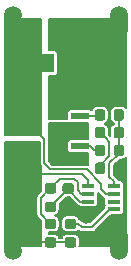
<source format=gbr>
G04 #@! TF.GenerationSoftware,KiCad,Pcbnew,5.1.0-060a0da~80~ubuntu18.04.1*
G04 #@! TF.CreationDate,2019-03-25T17:50:22+01:00*
G04 #@! TF.ProjectId,mav_ovp,6d61765f-6f76-4702-9e6b-696361645f70,rev?*
G04 #@! TF.SameCoordinates,Original*
G04 #@! TF.FileFunction,Copper,L1,Top*
G04 #@! TF.FilePolarity,Positive*
%FSLAX46Y46*%
G04 Gerber Fmt 4.6, Leading zero omitted, Abs format (unit mm)*
G04 Created by KiCad (PCBNEW 5.1.0-060a0da~80~ubuntu18.04.1) date 2019-03-25 17:50:22*
%MOMM*%
%LPD*%
G04 APERTURE LIST*
%ADD10C,1.500000*%
%ADD11C,0.100000*%
%ADD12R,1.060000X0.400000*%
%ADD13R,3.500000X1.600000*%
%ADD14C,0.875000*%
%ADD15R,1.550000X0.600000*%
%ADD16C,0.800000*%
%ADD17C,0.200000*%
G04 APERTURE END LIST*
D10*
X104500000Y-88000000D03*
D11*
G36*
X104911756Y-87701806D02*
G01*
X104948159Y-87707206D01*
X104983857Y-87716147D01*
X105018506Y-87728545D01*
X105051774Y-87744280D01*
X105083339Y-87763199D01*
X105112897Y-87785121D01*
X105140165Y-87809835D01*
X105164879Y-87837103D01*
X105186801Y-87866661D01*
X105205720Y-87898226D01*
X105221455Y-87931494D01*
X105233853Y-87966143D01*
X105242794Y-88001841D01*
X105248194Y-88038244D01*
X105250000Y-88075000D01*
X105250000Y-89325000D01*
X105248194Y-89361756D01*
X105242794Y-89398159D01*
X105233853Y-89433857D01*
X105221455Y-89468506D01*
X105205720Y-89501774D01*
X105186801Y-89533339D01*
X105164879Y-89562897D01*
X105140165Y-89590165D01*
X105112897Y-89614879D01*
X105083339Y-89636801D01*
X105051774Y-89655720D01*
X105018506Y-89671455D01*
X104983857Y-89683853D01*
X104948159Y-89692794D01*
X104911756Y-89698194D01*
X104875000Y-89700000D01*
X104125000Y-89700000D01*
X104088244Y-89698194D01*
X104051841Y-89692794D01*
X104016143Y-89683853D01*
X103981494Y-89671455D01*
X103948226Y-89655720D01*
X103916661Y-89636801D01*
X103887103Y-89614879D01*
X103859835Y-89590165D01*
X103835121Y-89562897D01*
X103813199Y-89533339D01*
X103794280Y-89501774D01*
X103778545Y-89468506D01*
X103766147Y-89433857D01*
X103757206Y-89398159D01*
X103751806Y-89361756D01*
X103750000Y-89325000D01*
X103750000Y-88075000D01*
X103751806Y-88038244D01*
X103757206Y-88001841D01*
X103766147Y-87966143D01*
X103778545Y-87931494D01*
X103794280Y-87898226D01*
X103813199Y-87866661D01*
X103835121Y-87837103D01*
X103859835Y-87809835D01*
X103887103Y-87785121D01*
X103916661Y-87763199D01*
X103948226Y-87744280D01*
X103981494Y-87728545D01*
X104016143Y-87716147D01*
X104051841Y-87707206D01*
X104088244Y-87701806D01*
X104125000Y-87700000D01*
X104875000Y-87700000D01*
X104911756Y-87701806D01*
X104911756Y-87701806D01*
G37*
D10*
X104500000Y-88700000D03*
X104500000Y-108000000D03*
D11*
G36*
X104911756Y-106301806D02*
G01*
X104948159Y-106307206D01*
X104983857Y-106316147D01*
X105018506Y-106328545D01*
X105051774Y-106344280D01*
X105083339Y-106363199D01*
X105112897Y-106385121D01*
X105140165Y-106409835D01*
X105164879Y-106437103D01*
X105186801Y-106466661D01*
X105205720Y-106498226D01*
X105221455Y-106531494D01*
X105233853Y-106566143D01*
X105242794Y-106601841D01*
X105248194Y-106638244D01*
X105250000Y-106675000D01*
X105250000Y-107925000D01*
X105248194Y-107961756D01*
X105242794Y-107998159D01*
X105233853Y-108033857D01*
X105221455Y-108068506D01*
X105205720Y-108101774D01*
X105186801Y-108133339D01*
X105164879Y-108162897D01*
X105140165Y-108190165D01*
X105112897Y-108214879D01*
X105083339Y-108236801D01*
X105051774Y-108255720D01*
X105018506Y-108271455D01*
X104983857Y-108283853D01*
X104948159Y-108292794D01*
X104911756Y-108298194D01*
X104875000Y-108300000D01*
X104125000Y-108300000D01*
X104088244Y-108298194D01*
X104051841Y-108292794D01*
X104016143Y-108283853D01*
X103981494Y-108271455D01*
X103948226Y-108255720D01*
X103916661Y-108236801D01*
X103887103Y-108214879D01*
X103859835Y-108190165D01*
X103835121Y-108162897D01*
X103813199Y-108133339D01*
X103794280Y-108101774D01*
X103778545Y-108068506D01*
X103766147Y-108033857D01*
X103757206Y-107998159D01*
X103751806Y-107961756D01*
X103750000Y-107925000D01*
X103750000Y-106675000D01*
X103751806Y-106638244D01*
X103757206Y-106601841D01*
X103766147Y-106566143D01*
X103778545Y-106531494D01*
X103794280Y-106498226D01*
X103813199Y-106466661D01*
X103835121Y-106437103D01*
X103859835Y-106409835D01*
X103887103Y-106385121D01*
X103916661Y-106363199D01*
X103948226Y-106344280D01*
X103981494Y-106328545D01*
X104016143Y-106316147D01*
X104051841Y-106307206D01*
X104088244Y-106301806D01*
X104125000Y-106300000D01*
X104875000Y-106300000D01*
X104911756Y-106301806D01*
X104911756Y-106301806D01*
G37*
D10*
X104500000Y-107300000D03*
X95500000Y-88000000D03*
D11*
G36*
X95911756Y-87701806D02*
G01*
X95948159Y-87707206D01*
X95983857Y-87716147D01*
X96018506Y-87728545D01*
X96051774Y-87744280D01*
X96083339Y-87763199D01*
X96112897Y-87785121D01*
X96140165Y-87809835D01*
X96164879Y-87837103D01*
X96186801Y-87866661D01*
X96205720Y-87898226D01*
X96221455Y-87931494D01*
X96233853Y-87966143D01*
X96242794Y-88001841D01*
X96248194Y-88038244D01*
X96250000Y-88075000D01*
X96250000Y-89325000D01*
X96248194Y-89361756D01*
X96242794Y-89398159D01*
X96233853Y-89433857D01*
X96221455Y-89468506D01*
X96205720Y-89501774D01*
X96186801Y-89533339D01*
X96164879Y-89562897D01*
X96140165Y-89590165D01*
X96112897Y-89614879D01*
X96083339Y-89636801D01*
X96051774Y-89655720D01*
X96018506Y-89671455D01*
X95983857Y-89683853D01*
X95948159Y-89692794D01*
X95911756Y-89698194D01*
X95875000Y-89700000D01*
X95125000Y-89700000D01*
X95088244Y-89698194D01*
X95051841Y-89692794D01*
X95016143Y-89683853D01*
X94981494Y-89671455D01*
X94948226Y-89655720D01*
X94916661Y-89636801D01*
X94887103Y-89614879D01*
X94859835Y-89590165D01*
X94835121Y-89562897D01*
X94813199Y-89533339D01*
X94794280Y-89501774D01*
X94778545Y-89468506D01*
X94766147Y-89433857D01*
X94757206Y-89398159D01*
X94751806Y-89361756D01*
X94750000Y-89325000D01*
X94750000Y-88075000D01*
X94751806Y-88038244D01*
X94757206Y-88001841D01*
X94766147Y-87966143D01*
X94778545Y-87931494D01*
X94794280Y-87898226D01*
X94813199Y-87866661D01*
X94835121Y-87837103D01*
X94859835Y-87809835D01*
X94887103Y-87785121D01*
X94916661Y-87763199D01*
X94948226Y-87744280D01*
X94981494Y-87728545D01*
X95016143Y-87716147D01*
X95051841Y-87707206D01*
X95088244Y-87701806D01*
X95125000Y-87700000D01*
X95875000Y-87700000D01*
X95911756Y-87701806D01*
X95911756Y-87701806D01*
G37*
D10*
X95500000Y-88700000D03*
X95500000Y-108000000D03*
D11*
G36*
X95911756Y-106301806D02*
G01*
X95948159Y-106307206D01*
X95983857Y-106316147D01*
X96018506Y-106328545D01*
X96051774Y-106344280D01*
X96083339Y-106363199D01*
X96112897Y-106385121D01*
X96140165Y-106409835D01*
X96164879Y-106437103D01*
X96186801Y-106466661D01*
X96205720Y-106498226D01*
X96221455Y-106531494D01*
X96233853Y-106566143D01*
X96242794Y-106601841D01*
X96248194Y-106638244D01*
X96250000Y-106675000D01*
X96250000Y-107925000D01*
X96248194Y-107961756D01*
X96242794Y-107998159D01*
X96233853Y-108033857D01*
X96221455Y-108068506D01*
X96205720Y-108101774D01*
X96186801Y-108133339D01*
X96164879Y-108162897D01*
X96140165Y-108190165D01*
X96112897Y-108214879D01*
X96083339Y-108236801D01*
X96051774Y-108255720D01*
X96018506Y-108271455D01*
X95983857Y-108283853D01*
X95948159Y-108292794D01*
X95911756Y-108298194D01*
X95875000Y-108300000D01*
X95125000Y-108300000D01*
X95088244Y-108298194D01*
X95051841Y-108292794D01*
X95016143Y-108283853D01*
X94981494Y-108271455D01*
X94948226Y-108255720D01*
X94916661Y-108236801D01*
X94887103Y-108214879D01*
X94859835Y-108190165D01*
X94835121Y-108162897D01*
X94813199Y-108133339D01*
X94794280Y-108101774D01*
X94778545Y-108068506D01*
X94766147Y-108033857D01*
X94757206Y-107998159D01*
X94751806Y-107961756D01*
X94750000Y-107925000D01*
X94750000Y-106675000D01*
X94751806Y-106638244D01*
X94757206Y-106601841D01*
X94766147Y-106566143D01*
X94778545Y-106531494D01*
X94794280Y-106498226D01*
X94813199Y-106466661D01*
X94835121Y-106437103D01*
X94859835Y-106409835D01*
X94887103Y-106385121D01*
X94916661Y-106363199D01*
X94948226Y-106344280D01*
X94981494Y-106328545D01*
X95016143Y-106316147D01*
X95051841Y-106307206D01*
X95088244Y-106301806D01*
X95125000Y-106300000D01*
X95875000Y-106300000D01*
X95911756Y-106301806D01*
X95911756Y-106301806D01*
G37*
D10*
X95500000Y-107300000D03*
D12*
X104100000Y-102520000D03*
X104100000Y-103170000D03*
X104100000Y-103830000D03*
X104100000Y-104480000D03*
X101900000Y-104480000D03*
X101900000Y-103830000D03*
X101900000Y-103170000D03*
X101900000Y-102520000D03*
D13*
X102700000Y-92100000D03*
X97300000Y-92100000D03*
D11*
G36*
X104727691Y-100526053D02*
G01*
X104748926Y-100529203D01*
X104769750Y-100534419D01*
X104789962Y-100541651D01*
X104809368Y-100550830D01*
X104827781Y-100561866D01*
X104845024Y-100574654D01*
X104860930Y-100589070D01*
X104875346Y-100604976D01*
X104888134Y-100622219D01*
X104899170Y-100640632D01*
X104908349Y-100660038D01*
X104915581Y-100680250D01*
X104920797Y-100701074D01*
X104923947Y-100722309D01*
X104925000Y-100743750D01*
X104925000Y-101256250D01*
X104923947Y-101277691D01*
X104920797Y-101298926D01*
X104915581Y-101319750D01*
X104908349Y-101339962D01*
X104899170Y-101359368D01*
X104888134Y-101377781D01*
X104875346Y-101395024D01*
X104860930Y-101410930D01*
X104845024Y-101425346D01*
X104827781Y-101438134D01*
X104809368Y-101449170D01*
X104789962Y-101458349D01*
X104769750Y-101465581D01*
X104748926Y-101470797D01*
X104727691Y-101473947D01*
X104706250Y-101475000D01*
X104268750Y-101475000D01*
X104247309Y-101473947D01*
X104226074Y-101470797D01*
X104205250Y-101465581D01*
X104185038Y-101458349D01*
X104165632Y-101449170D01*
X104147219Y-101438134D01*
X104129976Y-101425346D01*
X104114070Y-101410930D01*
X104099654Y-101395024D01*
X104086866Y-101377781D01*
X104075830Y-101359368D01*
X104066651Y-101339962D01*
X104059419Y-101319750D01*
X104054203Y-101298926D01*
X104051053Y-101277691D01*
X104050000Y-101256250D01*
X104050000Y-100743750D01*
X104051053Y-100722309D01*
X104054203Y-100701074D01*
X104059419Y-100680250D01*
X104066651Y-100660038D01*
X104075830Y-100640632D01*
X104086866Y-100622219D01*
X104099654Y-100604976D01*
X104114070Y-100589070D01*
X104129976Y-100574654D01*
X104147219Y-100561866D01*
X104165632Y-100550830D01*
X104185038Y-100541651D01*
X104205250Y-100534419D01*
X104226074Y-100529203D01*
X104247309Y-100526053D01*
X104268750Y-100525000D01*
X104706250Y-100525000D01*
X104727691Y-100526053D01*
X104727691Y-100526053D01*
G37*
D14*
X104487500Y-101000000D03*
D11*
G36*
X103152691Y-100526053D02*
G01*
X103173926Y-100529203D01*
X103194750Y-100534419D01*
X103214962Y-100541651D01*
X103234368Y-100550830D01*
X103252781Y-100561866D01*
X103270024Y-100574654D01*
X103285930Y-100589070D01*
X103300346Y-100604976D01*
X103313134Y-100622219D01*
X103324170Y-100640632D01*
X103333349Y-100660038D01*
X103340581Y-100680250D01*
X103345797Y-100701074D01*
X103348947Y-100722309D01*
X103350000Y-100743750D01*
X103350000Y-101256250D01*
X103348947Y-101277691D01*
X103345797Y-101298926D01*
X103340581Y-101319750D01*
X103333349Y-101339962D01*
X103324170Y-101359368D01*
X103313134Y-101377781D01*
X103300346Y-101395024D01*
X103285930Y-101410930D01*
X103270024Y-101425346D01*
X103252781Y-101438134D01*
X103234368Y-101449170D01*
X103214962Y-101458349D01*
X103194750Y-101465581D01*
X103173926Y-101470797D01*
X103152691Y-101473947D01*
X103131250Y-101475000D01*
X102693750Y-101475000D01*
X102672309Y-101473947D01*
X102651074Y-101470797D01*
X102630250Y-101465581D01*
X102610038Y-101458349D01*
X102590632Y-101449170D01*
X102572219Y-101438134D01*
X102554976Y-101425346D01*
X102539070Y-101410930D01*
X102524654Y-101395024D01*
X102511866Y-101377781D01*
X102500830Y-101359368D01*
X102491651Y-101339962D01*
X102484419Y-101319750D01*
X102479203Y-101298926D01*
X102476053Y-101277691D01*
X102475000Y-101256250D01*
X102475000Y-100743750D01*
X102476053Y-100722309D01*
X102479203Y-100701074D01*
X102484419Y-100680250D01*
X102491651Y-100660038D01*
X102500830Y-100640632D01*
X102511866Y-100622219D01*
X102524654Y-100604976D01*
X102539070Y-100589070D01*
X102554976Y-100574654D01*
X102572219Y-100561866D01*
X102590632Y-100550830D01*
X102610038Y-100541651D01*
X102630250Y-100534419D01*
X102651074Y-100529203D01*
X102672309Y-100526053D01*
X102693750Y-100525000D01*
X103131250Y-100525000D01*
X103152691Y-100526053D01*
X103152691Y-100526053D01*
G37*
D14*
X102912500Y-101000000D03*
D15*
X95800000Y-100405000D03*
X95800000Y-99135000D03*
X95800000Y-97865000D03*
X95800000Y-96595000D03*
X101200000Y-96595000D03*
X101200000Y-97865000D03*
X101200000Y-99135000D03*
X101200000Y-100405000D03*
D11*
G36*
X100477691Y-103851053D02*
G01*
X100498926Y-103854203D01*
X100519750Y-103859419D01*
X100539962Y-103866651D01*
X100559368Y-103875830D01*
X100577781Y-103886866D01*
X100595024Y-103899654D01*
X100610930Y-103914070D01*
X100625346Y-103929976D01*
X100638134Y-103947219D01*
X100649170Y-103965632D01*
X100658349Y-103985038D01*
X100665581Y-104005250D01*
X100670797Y-104026074D01*
X100673947Y-104047309D01*
X100675000Y-104068750D01*
X100675000Y-104506250D01*
X100673947Y-104527691D01*
X100670797Y-104548926D01*
X100665581Y-104569750D01*
X100658349Y-104589962D01*
X100649170Y-104609368D01*
X100638134Y-104627781D01*
X100625346Y-104645024D01*
X100610930Y-104660930D01*
X100595024Y-104675346D01*
X100577781Y-104688134D01*
X100559368Y-104699170D01*
X100539962Y-104708349D01*
X100519750Y-104715581D01*
X100498926Y-104720797D01*
X100477691Y-104723947D01*
X100456250Y-104725000D01*
X99943750Y-104725000D01*
X99922309Y-104723947D01*
X99901074Y-104720797D01*
X99880250Y-104715581D01*
X99860038Y-104708349D01*
X99840632Y-104699170D01*
X99822219Y-104688134D01*
X99804976Y-104675346D01*
X99789070Y-104660930D01*
X99774654Y-104645024D01*
X99761866Y-104627781D01*
X99750830Y-104609368D01*
X99741651Y-104589962D01*
X99734419Y-104569750D01*
X99729203Y-104548926D01*
X99726053Y-104527691D01*
X99725000Y-104506250D01*
X99725000Y-104068750D01*
X99726053Y-104047309D01*
X99729203Y-104026074D01*
X99734419Y-104005250D01*
X99741651Y-103985038D01*
X99750830Y-103965632D01*
X99761866Y-103947219D01*
X99774654Y-103929976D01*
X99789070Y-103914070D01*
X99804976Y-103899654D01*
X99822219Y-103886866D01*
X99840632Y-103875830D01*
X99860038Y-103866651D01*
X99880250Y-103859419D01*
X99901074Y-103854203D01*
X99922309Y-103851053D01*
X99943750Y-103850000D01*
X100456250Y-103850000D01*
X100477691Y-103851053D01*
X100477691Y-103851053D01*
G37*
D14*
X100200000Y-104287500D03*
D11*
G36*
X100477691Y-102276053D02*
G01*
X100498926Y-102279203D01*
X100519750Y-102284419D01*
X100539962Y-102291651D01*
X100559368Y-102300830D01*
X100577781Y-102311866D01*
X100595024Y-102324654D01*
X100610930Y-102339070D01*
X100625346Y-102354976D01*
X100638134Y-102372219D01*
X100649170Y-102390632D01*
X100658349Y-102410038D01*
X100665581Y-102430250D01*
X100670797Y-102451074D01*
X100673947Y-102472309D01*
X100675000Y-102493750D01*
X100675000Y-102931250D01*
X100673947Y-102952691D01*
X100670797Y-102973926D01*
X100665581Y-102994750D01*
X100658349Y-103014962D01*
X100649170Y-103034368D01*
X100638134Y-103052781D01*
X100625346Y-103070024D01*
X100610930Y-103085930D01*
X100595024Y-103100346D01*
X100577781Y-103113134D01*
X100559368Y-103124170D01*
X100539962Y-103133349D01*
X100519750Y-103140581D01*
X100498926Y-103145797D01*
X100477691Y-103148947D01*
X100456250Y-103150000D01*
X99943750Y-103150000D01*
X99922309Y-103148947D01*
X99901074Y-103145797D01*
X99880250Y-103140581D01*
X99860038Y-103133349D01*
X99840632Y-103124170D01*
X99822219Y-103113134D01*
X99804976Y-103100346D01*
X99789070Y-103085930D01*
X99774654Y-103070024D01*
X99761866Y-103052781D01*
X99750830Y-103034368D01*
X99741651Y-103014962D01*
X99734419Y-102994750D01*
X99729203Y-102973926D01*
X99726053Y-102952691D01*
X99725000Y-102931250D01*
X99725000Y-102493750D01*
X99726053Y-102472309D01*
X99729203Y-102451074D01*
X99734419Y-102430250D01*
X99741651Y-102410038D01*
X99750830Y-102390632D01*
X99761866Y-102372219D01*
X99774654Y-102354976D01*
X99789070Y-102339070D01*
X99804976Y-102324654D01*
X99822219Y-102311866D01*
X99840632Y-102300830D01*
X99860038Y-102291651D01*
X99880250Y-102284419D01*
X99901074Y-102279203D01*
X99922309Y-102276053D01*
X99943750Y-102275000D01*
X100456250Y-102275000D01*
X100477691Y-102276053D01*
X100477691Y-102276053D01*
G37*
D14*
X100200000Y-102712500D03*
D11*
G36*
X98977691Y-103851053D02*
G01*
X98998926Y-103854203D01*
X99019750Y-103859419D01*
X99039962Y-103866651D01*
X99059368Y-103875830D01*
X99077781Y-103886866D01*
X99095024Y-103899654D01*
X99110930Y-103914070D01*
X99125346Y-103929976D01*
X99138134Y-103947219D01*
X99149170Y-103965632D01*
X99158349Y-103985038D01*
X99165581Y-104005250D01*
X99170797Y-104026074D01*
X99173947Y-104047309D01*
X99175000Y-104068750D01*
X99175000Y-104506250D01*
X99173947Y-104527691D01*
X99170797Y-104548926D01*
X99165581Y-104569750D01*
X99158349Y-104589962D01*
X99149170Y-104609368D01*
X99138134Y-104627781D01*
X99125346Y-104645024D01*
X99110930Y-104660930D01*
X99095024Y-104675346D01*
X99077781Y-104688134D01*
X99059368Y-104699170D01*
X99039962Y-104708349D01*
X99019750Y-104715581D01*
X98998926Y-104720797D01*
X98977691Y-104723947D01*
X98956250Y-104725000D01*
X98443750Y-104725000D01*
X98422309Y-104723947D01*
X98401074Y-104720797D01*
X98380250Y-104715581D01*
X98360038Y-104708349D01*
X98340632Y-104699170D01*
X98322219Y-104688134D01*
X98304976Y-104675346D01*
X98289070Y-104660930D01*
X98274654Y-104645024D01*
X98261866Y-104627781D01*
X98250830Y-104609368D01*
X98241651Y-104589962D01*
X98234419Y-104569750D01*
X98229203Y-104548926D01*
X98226053Y-104527691D01*
X98225000Y-104506250D01*
X98225000Y-104068750D01*
X98226053Y-104047309D01*
X98229203Y-104026074D01*
X98234419Y-104005250D01*
X98241651Y-103985038D01*
X98250830Y-103965632D01*
X98261866Y-103947219D01*
X98274654Y-103929976D01*
X98289070Y-103914070D01*
X98304976Y-103899654D01*
X98322219Y-103886866D01*
X98340632Y-103875830D01*
X98360038Y-103866651D01*
X98380250Y-103859419D01*
X98401074Y-103854203D01*
X98422309Y-103851053D01*
X98443750Y-103850000D01*
X98956250Y-103850000D01*
X98977691Y-103851053D01*
X98977691Y-103851053D01*
G37*
D14*
X98700000Y-104287500D03*
D11*
G36*
X98977691Y-102276053D02*
G01*
X98998926Y-102279203D01*
X99019750Y-102284419D01*
X99039962Y-102291651D01*
X99059368Y-102300830D01*
X99077781Y-102311866D01*
X99095024Y-102324654D01*
X99110930Y-102339070D01*
X99125346Y-102354976D01*
X99138134Y-102372219D01*
X99149170Y-102390632D01*
X99158349Y-102410038D01*
X99165581Y-102430250D01*
X99170797Y-102451074D01*
X99173947Y-102472309D01*
X99175000Y-102493750D01*
X99175000Y-102931250D01*
X99173947Y-102952691D01*
X99170797Y-102973926D01*
X99165581Y-102994750D01*
X99158349Y-103014962D01*
X99149170Y-103034368D01*
X99138134Y-103052781D01*
X99125346Y-103070024D01*
X99110930Y-103085930D01*
X99095024Y-103100346D01*
X99077781Y-103113134D01*
X99059368Y-103124170D01*
X99039962Y-103133349D01*
X99019750Y-103140581D01*
X98998926Y-103145797D01*
X98977691Y-103148947D01*
X98956250Y-103150000D01*
X98443750Y-103150000D01*
X98422309Y-103148947D01*
X98401074Y-103145797D01*
X98380250Y-103140581D01*
X98360038Y-103133349D01*
X98340632Y-103124170D01*
X98322219Y-103113134D01*
X98304976Y-103100346D01*
X98289070Y-103085930D01*
X98274654Y-103070024D01*
X98261866Y-103052781D01*
X98250830Y-103034368D01*
X98241651Y-103014962D01*
X98234419Y-102994750D01*
X98229203Y-102973926D01*
X98226053Y-102952691D01*
X98225000Y-102931250D01*
X98225000Y-102493750D01*
X98226053Y-102472309D01*
X98229203Y-102451074D01*
X98234419Y-102430250D01*
X98241651Y-102410038D01*
X98250830Y-102390632D01*
X98261866Y-102372219D01*
X98274654Y-102354976D01*
X98289070Y-102339070D01*
X98304976Y-102324654D01*
X98322219Y-102311866D01*
X98340632Y-102300830D01*
X98360038Y-102291651D01*
X98380250Y-102284419D01*
X98401074Y-102279203D01*
X98422309Y-102276053D01*
X98443750Y-102275000D01*
X98956250Y-102275000D01*
X98977691Y-102276053D01*
X98977691Y-102276053D01*
G37*
D14*
X98700000Y-102712500D03*
D11*
G36*
X98977691Y-105276053D02*
G01*
X98998926Y-105279203D01*
X99019750Y-105284419D01*
X99039962Y-105291651D01*
X99059368Y-105300830D01*
X99077781Y-105311866D01*
X99095024Y-105324654D01*
X99110930Y-105339070D01*
X99125346Y-105354976D01*
X99138134Y-105372219D01*
X99149170Y-105390632D01*
X99158349Y-105410038D01*
X99165581Y-105430250D01*
X99170797Y-105451074D01*
X99173947Y-105472309D01*
X99175000Y-105493750D01*
X99175000Y-105931250D01*
X99173947Y-105952691D01*
X99170797Y-105973926D01*
X99165581Y-105994750D01*
X99158349Y-106014962D01*
X99149170Y-106034368D01*
X99138134Y-106052781D01*
X99125346Y-106070024D01*
X99110930Y-106085930D01*
X99095024Y-106100346D01*
X99077781Y-106113134D01*
X99059368Y-106124170D01*
X99039962Y-106133349D01*
X99019750Y-106140581D01*
X98998926Y-106145797D01*
X98977691Y-106148947D01*
X98956250Y-106150000D01*
X98443750Y-106150000D01*
X98422309Y-106148947D01*
X98401074Y-106145797D01*
X98380250Y-106140581D01*
X98360038Y-106133349D01*
X98340632Y-106124170D01*
X98322219Y-106113134D01*
X98304976Y-106100346D01*
X98289070Y-106085930D01*
X98274654Y-106070024D01*
X98261866Y-106052781D01*
X98250830Y-106034368D01*
X98241651Y-106014962D01*
X98234419Y-105994750D01*
X98229203Y-105973926D01*
X98226053Y-105952691D01*
X98225000Y-105931250D01*
X98225000Y-105493750D01*
X98226053Y-105472309D01*
X98229203Y-105451074D01*
X98234419Y-105430250D01*
X98241651Y-105410038D01*
X98250830Y-105390632D01*
X98261866Y-105372219D01*
X98274654Y-105354976D01*
X98289070Y-105339070D01*
X98304976Y-105324654D01*
X98322219Y-105311866D01*
X98340632Y-105300830D01*
X98360038Y-105291651D01*
X98380250Y-105284419D01*
X98401074Y-105279203D01*
X98422309Y-105276053D01*
X98443750Y-105275000D01*
X98956250Y-105275000D01*
X98977691Y-105276053D01*
X98977691Y-105276053D01*
G37*
D14*
X98700000Y-105712500D03*
D11*
G36*
X98977691Y-106851053D02*
G01*
X98998926Y-106854203D01*
X99019750Y-106859419D01*
X99039962Y-106866651D01*
X99059368Y-106875830D01*
X99077781Y-106886866D01*
X99095024Y-106899654D01*
X99110930Y-106914070D01*
X99125346Y-106929976D01*
X99138134Y-106947219D01*
X99149170Y-106965632D01*
X99158349Y-106985038D01*
X99165581Y-107005250D01*
X99170797Y-107026074D01*
X99173947Y-107047309D01*
X99175000Y-107068750D01*
X99175000Y-107506250D01*
X99173947Y-107527691D01*
X99170797Y-107548926D01*
X99165581Y-107569750D01*
X99158349Y-107589962D01*
X99149170Y-107609368D01*
X99138134Y-107627781D01*
X99125346Y-107645024D01*
X99110930Y-107660930D01*
X99095024Y-107675346D01*
X99077781Y-107688134D01*
X99059368Y-107699170D01*
X99039962Y-107708349D01*
X99019750Y-107715581D01*
X98998926Y-107720797D01*
X98977691Y-107723947D01*
X98956250Y-107725000D01*
X98443750Y-107725000D01*
X98422309Y-107723947D01*
X98401074Y-107720797D01*
X98380250Y-107715581D01*
X98360038Y-107708349D01*
X98340632Y-107699170D01*
X98322219Y-107688134D01*
X98304976Y-107675346D01*
X98289070Y-107660930D01*
X98274654Y-107645024D01*
X98261866Y-107627781D01*
X98250830Y-107609368D01*
X98241651Y-107589962D01*
X98234419Y-107569750D01*
X98229203Y-107548926D01*
X98226053Y-107527691D01*
X98225000Y-107506250D01*
X98225000Y-107068750D01*
X98226053Y-107047309D01*
X98229203Y-107026074D01*
X98234419Y-107005250D01*
X98241651Y-106985038D01*
X98250830Y-106965632D01*
X98261866Y-106947219D01*
X98274654Y-106929976D01*
X98289070Y-106914070D01*
X98304976Y-106899654D01*
X98322219Y-106886866D01*
X98340632Y-106875830D01*
X98360038Y-106866651D01*
X98380250Y-106859419D01*
X98401074Y-106854203D01*
X98422309Y-106851053D01*
X98443750Y-106850000D01*
X98956250Y-106850000D01*
X98977691Y-106851053D01*
X98977691Y-106851053D01*
G37*
D14*
X98700000Y-107287500D03*
D11*
G36*
X100677691Y-106851053D02*
G01*
X100698926Y-106854203D01*
X100719750Y-106859419D01*
X100739962Y-106866651D01*
X100759368Y-106875830D01*
X100777781Y-106886866D01*
X100795024Y-106899654D01*
X100810930Y-106914070D01*
X100825346Y-106929976D01*
X100838134Y-106947219D01*
X100849170Y-106965632D01*
X100858349Y-106985038D01*
X100865581Y-107005250D01*
X100870797Y-107026074D01*
X100873947Y-107047309D01*
X100875000Y-107068750D01*
X100875000Y-107506250D01*
X100873947Y-107527691D01*
X100870797Y-107548926D01*
X100865581Y-107569750D01*
X100858349Y-107589962D01*
X100849170Y-107609368D01*
X100838134Y-107627781D01*
X100825346Y-107645024D01*
X100810930Y-107660930D01*
X100795024Y-107675346D01*
X100777781Y-107688134D01*
X100759368Y-107699170D01*
X100739962Y-107708349D01*
X100719750Y-107715581D01*
X100698926Y-107720797D01*
X100677691Y-107723947D01*
X100656250Y-107725000D01*
X100143750Y-107725000D01*
X100122309Y-107723947D01*
X100101074Y-107720797D01*
X100080250Y-107715581D01*
X100060038Y-107708349D01*
X100040632Y-107699170D01*
X100022219Y-107688134D01*
X100004976Y-107675346D01*
X99989070Y-107660930D01*
X99974654Y-107645024D01*
X99961866Y-107627781D01*
X99950830Y-107609368D01*
X99941651Y-107589962D01*
X99934419Y-107569750D01*
X99929203Y-107548926D01*
X99926053Y-107527691D01*
X99925000Y-107506250D01*
X99925000Y-107068750D01*
X99926053Y-107047309D01*
X99929203Y-107026074D01*
X99934419Y-107005250D01*
X99941651Y-106985038D01*
X99950830Y-106965632D01*
X99961866Y-106947219D01*
X99974654Y-106929976D01*
X99989070Y-106914070D01*
X100004976Y-106899654D01*
X100022219Y-106886866D01*
X100040632Y-106875830D01*
X100060038Y-106866651D01*
X100080250Y-106859419D01*
X100101074Y-106854203D01*
X100122309Y-106851053D01*
X100143750Y-106850000D01*
X100656250Y-106850000D01*
X100677691Y-106851053D01*
X100677691Y-106851053D01*
G37*
D14*
X100400000Y-107287500D03*
D11*
G36*
X100677691Y-105276053D02*
G01*
X100698926Y-105279203D01*
X100719750Y-105284419D01*
X100739962Y-105291651D01*
X100759368Y-105300830D01*
X100777781Y-105311866D01*
X100795024Y-105324654D01*
X100810930Y-105339070D01*
X100825346Y-105354976D01*
X100838134Y-105372219D01*
X100849170Y-105390632D01*
X100858349Y-105410038D01*
X100865581Y-105430250D01*
X100870797Y-105451074D01*
X100873947Y-105472309D01*
X100875000Y-105493750D01*
X100875000Y-105931250D01*
X100873947Y-105952691D01*
X100870797Y-105973926D01*
X100865581Y-105994750D01*
X100858349Y-106014962D01*
X100849170Y-106034368D01*
X100838134Y-106052781D01*
X100825346Y-106070024D01*
X100810930Y-106085930D01*
X100795024Y-106100346D01*
X100777781Y-106113134D01*
X100759368Y-106124170D01*
X100739962Y-106133349D01*
X100719750Y-106140581D01*
X100698926Y-106145797D01*
X100677691Y-106148947D01*
X100656250Y-106150000D01*
X100143750Y-106150000D01*
X100122309Y-106148947D01*
X100101074Y-106145797D01*
X100080250Y-106140581D01*
X100060038Y-106133349D01*
X100040632Y-106124170D01*
X100022219Y-106113134D01*
X100004976Y-106100346D01*
X99989070Y-106085930D01*
X99974654Y-106070024D01*
X99961866Y-106052781D01*
X99950830Y-106034368D01*
X99941651Y-106014962D01*
X99934419Y-105994750D01*
X99929203Y-105973926D01*
X99926053Y-105952691D01*
X99925000Y-105931250D01*
X99925000Y-105493750D01*
X99926053Y-105472309D01*
X99929203Y-105451074D01*
X99934419Y-105430250D01*
X99941651Y-105410038D01*
X99950830Y-105390632D01*
X99961866Y-105372219D01*
X99974654Y-105354976D01*
X99989070Y-105339070D01*
X100004976Y-105324654D01*
X100022219Y-105311866D01*
X100040632Y-105300830D01*
X100060038Y-105291651D01*
X100080250Y-105284419D01*
X100101074Y-105279203D01*
X100122309Y-105276053D01*
X100143750Y-105275000D01*
X100656250Y-105275000D01*
X100677691Y-105276053D01*
X100677691Y-105276053D01*
G37*
D14*
X100400000Y-105712500D03*
D11*
G36*
X103152691Y-97526053D02*
G01*
X103173926Y-97529203D01*
X103194750Y-97534419D01*
X103214962Y-97541651D01*
X103234368Y-97550830D01*
X103252781Y-97561866D01*
X103270024Y-97574654D01*
X103285930Y-97589070D01*
X103300346Y-97604976D01*
X103313134Y-97622219D01*
X103324170Y-97640632D01*
X103333349Y-97660038D01*
X103340581Y-97680250D01*
X103345797Y-97701074D01*
X103348947Y-97722309D01*
X103350000Y-97743750D01*
X103350000Y-98256250D01*
X103348947Y-98277691D01*
X103345797Y-98298926D01*
X103340581Y-98319750D01*
X103333349Y-98339962D01*
X103324170Y-98359368D01*
X103313134Y-98377781D01*
X103300346Y-98395024D01*
X103285930Y-98410930D01*
X103270024Y-98425346D01*
X103252781Y-98438134D01*
X103234368Y-98449170D01*
X103214962Y-98458349D01*
X103194750Y-98465581D01*
X103173926Y-98470797D01*
X103152691Y-98473947D01*
X103131250Y-98475000D01*
X102693750Y-98475000D01*
X102672309Y-98473947D01*
X102651074Y-98470797D01*
X102630250Y-98465581D01*
X102610038Y-98458349D01*
X102590632Y-98449170D01*
X102572219Y-98438134D01*
X102554976Y-98425346D01*
X102539070Y-98410930D01*
X102524654Y-98395024D01*
X102511866Y-98377781D01*
X102500830Y-98359368D01*
X102491651Y-98339962D01*
X102484419Y-98319750D01*
X102479203Y-98298926D01*
X102476053Y-98277691D01*
X102475000Y-98256250D01*
X102475000Y-97743750D01*
X102476053Y-97722309D01*
X102479203Y-97701074D01*
X102484419Y-97680250D01*
X102491651Y-97660038D01*
X102500830Y-97640632D01*
X102511866Y-97622219D01*
X102524654Y-97604976D01*
X102539070Y-97589070D01*
X102554976Y-97574654D01*
X102572219Y-97561866D01*
X102590632Y-97550830D01*
X102610038Y-97541651D01*
X102630250Y-97534419D01*
X102651074Y-97529203D01*
X102672309Y-97526053D01*
X102693750Y-97525000D01*
X103131250Y-97525000D01*
X103152691Y-97526053D01*
X103152691Y-97526053D01*
G37*
D14*
X102912500Y-98000000D03*
D11*
G36*
X104727691Y-97526053D02*
G01*
X104748926Y-97529203D01*
X104769750Y-97534419D01*
X104789962Y-97541651D01*
X104809368Y-97550830D01*
X104827781Y-97561866D01*
X104845024Y-97574654D01*
X104860930Y-97589070D01*
X104875346Y-97604976D01*
X104888134Y-97622219D01*
X104899170Y-97640632D01*
X104908349Y-97660038D01*
X104915581Y-97680250D01*
X104920797Y-97701074D01*
X104923947Y-97722309D01*
X104925000Y-97743750D01*
X104925000Y-98256250D01*
X104923947Y-98277691D01*
X104920797Y-98298926D01*
X104915581Y-98319750D01*
X104908349Y-98339962D01*
X104899170Y-98359368D01*
X104888134Y-98377781D01*
X104875346Y-98395024D01*
X104860930Y-98410930D01*
X104845024Y-98425346D01*
X104827781Y-98438134D01*
X104809368Y-98449170D01*
X104789962Y-98458349D01*
X104769750Y-98465581D01*
X104748926Y-98470797D01*
X104727691Y-98473947D01*
X104706250Y-98475000D01*
X104268750Y-98475000D01*
X104247309Y-98473947D01*
X104226074Y-98470797D01*
X104205250Y-98465581D01*
X104185038Y-98458349D01*
X104165632Y-98449170D01*
X104147219Y-98438134D01*
X104129976Y-98425346D01*
X104114070Y-98410930D01*
X104099654Y-98395024D01*
X104086866Y-98377781D01*
X104075830Y-98359368D01*
X104066651Y-98339962D01*
X104059419Y-98319750D01*
X104054203Y-98298926D01*
X104051053Y-98277691D01*
X104050000Y-98256250D01*
X104050000Y-97743750D01*
X104051053Y-97722309D01*
X104054203Y-97701074D01*
X104059419Y-97680250D01*
X104066651Y-97660038D01*
X104075830Y-97640632D01*
X104086866Y-97622219D01*
X104099654Y-97604976D01*
X104114070Y-97589070D01*
X104129976Y-97574654D01*
X104147219Y-97561866D01*
X104165632Y-97550830D01*
X104185038Y-97541651D01*
X104205250Y-97534419D01*
X104226074Y-97529203D01*
X104247309Y-97526053D01*
X104268750Y-97525000D01*
X104706250Y-97525000D01*
X104727691Y-97526053D01*
X104727691Y-97526053D01*
G37*
D14*
X104487500Y-98000000D03*
D11*
G36*
X104727691Y-96026053D02*
G01*
X104748926Y-96029203D01*
X104769750Y-96034419D01*
X104789962Y-96041651D01*
X104809368Y-96050830D01*
X104827781Y-96061866D01*
X104845024Y-96074654D01*
X104860930Y-96089070D01*
X104875346Y-96104976D01*
X104888134Y-96122219D01*
X104899170Y-96140632D01*
X104908349Y-96160038D01*
X104915581Y-96180250D01*
X104920797Y-96201074D01*
X104923947Y-96222309D01*
X104925000Y-96243750D01*
X104925000Y-96756250D01*
X104923947Y-96777691D01*
X104920797Y-96798926D01*
X104915581Y-96819750D01*
X104908349Y-96839962D01*
X104899170Y-96859368D01*
X104888134Y-96877781D01*
X104875346Y-96895024D01*
X104860930Y-96910930D01*
X104845024Y-96925346D01*
X104827781Y-96938134D01*
X104809368Y-96949170D01*
X104789962Y-96958349D01*
X104769750Y-96965581D01*
X104748926Y-96970797D01*
X104727691Y-96973947D01*
X104706250Y-96975000D01*
X104268750Y-96975000D01*
X104247309Y-96973947D01*
X104226074Y-96970797D01*
X104205250Y-96965581D01*
X104185038Y-96958349D01*
X104165632Y-96949170D01*
X104147219Y-96938134D01*
X104129976Y-96925346D01*
X104114070Y-96910930D01*
X104099654Y-96895024D01*
X104086866Y-96877781D01*
X104075830Y-96859368D01*
X104066651Y-96839962D01*
X104059419Y-96819750D01*
X104054203Y-96798926D01*
X104051053Y-96777691D01*
X104050000Y-96756250D01*
X104050000Y-96243750D01*
X104051053Y-96222309D01*
X104054203Y-96201074D01*
X104059419Y-96180250D01*
X104066651Y-96160038D01*
X104075830Y-96140632D01*
X104086866Y-96122219D01*
X104099654Y-96104976D01*
X104114070Y-96089070D01*
X104129976Y-96074654D01*
X104147219Y-96061866D01*
X104165632Y-96050830D01*
X104185038Y-96041651D01*
X104205250Y-96034419D01*
X104226074Y-96029203D01*
X104247309Y-96026053D01*
X104268750Y-96025000D01*
X104706250Y-96025000D01*
X104727691Y-96026053D01*
X104727691Y-96026053D01*
G37*
D14*
X104487500Y-96500000D03*
D11*
G36*
X103152691Y-96026053D02*
G01*
X103173926Y-96029203D01*
X103194750Y-96034419D01*
X103214962Y-96041651D01*
X103234368Y-96050830D01*
X103252781Y-96061866D01*
X103270024Y-96074654D01*
X103285930Y-96089070D01*
X103300346Y-96104976D01*
X103313134Y-96122219D01*
X103324170Y-96140632D01*
X103333349Y-96160038D01*
X103340581Y-96180250D01*
X103345797Y-96201074D01*
X103348947Y-96222309D01*
X103350000Y-96243750D01*
X103350000Y-96756250D01*
X103348947Y-96777691D01*
X103345797Y-96798926D01*
X103340581Y-96819750D01*
X103333349Y-96839962D01*
X103324170Y-96859368D01*
X103313134Y-96877781D01*
X103300346Y-96895024D01*
X103285930Y-96910930D01*
X103270024Y-96925346D01*
X103252781Y-96938134D01*
X103234368Y-96949170D01*
X103214962Y-96958349D01*
X103194750Y-96965581D01*
X103173926Y-96970797D01*
X103152691Y-96973947D01*
X103131250Y-96975000D01*
X102693750Y-96975000D01*
X102672309Y-96973947D01*
X102651074Y-96970797D01*
X102630250Y-96965581D01*
X102610038Y-96958349D01*
X102590632Y-96949170D01*
X102572219Y-96938134D01*
X102554976Y-96925346D01*
X102539070Y-96910930D01*
X102524654Y-96895024D01*
X102511866Y-96877781D01*
X102500830Y-96859368D01*
X102491651Y-96839962D01*
X102484419Y-96819750D01*
X102479203Y-96798926D01*
X102476053Y-96777691D01*
X102475000Y-96756250D01*
X102475000Y-96243750D01*
X102476053Y-96222309D01*
X102479203Y-96201074D01*
X102484419Y-96180250D01*
X102491651Y-96160038D01*
X102500830Y-96140632D01*
X102511866Y-96122219D01*
X102524654Y-96104976D01*
X102539070Y-96089070D01*
X102554976Y-96074654D01*
X102572219Y-96061866D01*
X102590632Y-96050830D01*
X102610038Y-96041651D01*
X102630250Y-96034419D01*
X102651074Y-96029203D01*
X102672309Y-96026053D01*
X102693750Y-96025000D01*
X103131250Y-96025000D01*
X103152691Y-96026053D01*
X103152691Y-96026053D01*
G37*
D14*
X102912500Y-96500000D03*
D11*
G36*
X104727691Y-99026053D02*
G01*
X104748926Y-99029203D01*
X104769750Y-99034419D01*
X104789962Y-99041651D01*
X104809368Y-99050830D01*
X104827781Y-99061866D01*
X104845024Y-99074654D01*
X104860930Y-99089070D01*
X104875346Y-99104976D01*
X104888134Y-99122219D01*
X104899170Y-99140632D01*
X104908349Y-99160038D01*
X104915581Y-99180250D01*
X104920797Y-99201074D01*
X104923947Y-99222309D01*
X104925000Y-99243750D01*
X104925000Y-99756250D01*
X104923947Y-99777691D01*
X104920797Y-99798926D01*
X104915581Y-99819750D01*
X104908349Y-99839962D01*
X104899170Y-99859368D01*
X104888134Y-99877781D01*
X104875346Y-99895024D01*
X104860930Y-99910930D01*
X104845024Y-99925346D01*
X104827781Y-99938134D01*
X104809368Y-99949170D01*
X104789962Y-99958349D01*
X104769750Y-99965581D01*
X104748926Y-99970797D01*
X104727691Y-99973947D01*
X104706250Y-99975000D01*
X104268750Y-99975000D01*
X104247309Y-99973947D01*
X104226074Y-99970797D01*
X104205250Y-99965581D01*
X104185038Y-99958349D01*
X104165632Y-99949170D01*
X104147219Y-99938134D01*
X104129976Y-99925346D01*
X104114070Y-99910930D01*
X104099654Y-99895024D01*
X104086866Y-99877781D01*
X104075830Y-99859368D01*
X104066651Y-99839962D01*
X104059419Y-99819750D01*
X104054203Y-99798926D01*
X104051053Y-99777691D01*
X104050000Y-99756250D01*
X104050000Y-99243750D01*
X104051053Y-99222309D01*
X104054203Y-99201074D01*
X104059419Y-99180250D01*
X104066651Y-99160038D01*
X104075830Y-99140632D01*
X104086866Y-99122219D01*
X104099654Y-99104976D01*
X104114070Y-99089070D01*
X104129976Y-99074654D01*
X104147219Y-99061866D01*
X104165632Y-99050830D01*
X104185038Y-99041651D01*
X104205250Y-99034419D01*
X104226074Y-99029203D01*
X104247309Y-99026053D01*
X104268750Y-99025000D01*
X104706250Y-99025000D01*
X104727691Y-99026053D01*
X104727691Y-99026053D01*
G37*
D14*
X104487500Y-99500000D03*
D11*
G36*
X103152691Y-99026053D02*
G01*
X103173926Y-99029203D01*
X103194750Y-99034419D01*
X103214962Y-99041651D01*
X103234368Y-99050830D01*
X103252781Y-99061866D01*
X103270024Y-99074654D01*
X103285930Y-99089070D01*
X103300346Y-99104976D01*
X103313134Y-99122219D01*
X103324170Y-99140632D01*
X103333349Y-99160038D01*
X103340581Y-99180250D01*
X103345797Y-99201074D01*
X103348947Y-99222309D01*
X103350000Y-99243750D01*
X103350000Y-99756250D01*
X103348947Y-99777691D01*
X103345797Y-99798926D01*
X103340581Y-99819750D01*
X103333349Y-99839962D01*
X103324170Y-99859368D01*
X103313134Y-99877781D01*
X103300346Y-99895024D01*
X103285930Y-99910930D01*
X103270024Y-99925346D01*
X103252781Y-99938134D01*
X103234368Y-99949170D01*
X103214962Y-99958349D01*
X103194750Y-99965581D01*
X103173926Y-99970797D01*
X103152691Y-99973947D01*
X103131250Y-99975000D01*
X102693750Y-99975000D01*
X102672309Y-99973947D01*
X102651074Y-99970797D01*
X102630250Y-99965581D01*
X102610038Y-99958349D01*
X102590632Y-99949170D01*
X102572219Y-99938134D01*
X102554976Y-99925346D01*
X102539070Y-99910930D01*
X102524654Y-99895024D01*
X102511866Y-99877781D01*
X102500830Y-99859368D01*
X102491651Y-99839962D01*
X102484419Y-99819750D01*
X102479203Y-99798926D01*
X102476053Y-99777691D01*
X102475000Y-99756250D01*
X102475000Y-99243750D01*
X102476053Y-99222309D01*
X102479203Y-99201074D01*
X102484419Y-99180250D01*
X102491651Y-99160038D01*
X102500830Y-99140632D01*
X102511866Y-99122219D01*
X102524654Y-99104976D01*
X102539070Y-99089070D01*
X102554976Y-99074654D01*
X102572219Y-99061866D01*
X102590632Y-99050830D01*
X102610038Y-99041651D01*
X102630250Y-99034419D01*
X102651074Y-99029203D01*
X102672309Y-99026053D01*
X102693750Y-99025000D01*
X103131250Y-99025000D01*
X103152691Y-99026053D01*
X103152691Y-99026053D01*
G37*
D14*
X102912500Y-99500000D03*
D16*
X103000000Y-90000000D03*
X102800000Y-93700000D03*
X104500000Y-105400000D03*
X101700000Y-107200000D03*
X100100000Y-93100000D03*
X100000000Y-90000000D03*
X101700000Y-105299990D03*
D17*
X101635000Y-99135000D02*
X101200000Y-99135000D01*
X102035000Y-99135000D02*
X101200000Y-99135000D01*
X102912500Y-99500000D02*
X102400000Y-99500000D01*
X102400000Y-99500000D02*
X102035000Y-99135000D01*
X104487500Y-99500000D02*
X104487500Y-98000000D01*
X103700000Y-101720000D02*
X104100000Y-102120000D01*
X104100000Y-102120000D02*
X104100000Y-102520000D01*
X103700000Y-100565700D02*
X103700000Y-101720000D01*
X104487500Y-99500000D02*
X104487500Y-99778200D01*
X104487500Y-99778200D02*
X103700000Y-100565700D01*
X104487500Y-98000000D02*
X104487500Y-96500000D01*
X102987500Y-96500000D02*
X102912500Y-96500000D01*
X102817500Y-96595000D02*
X102912500Y-96500000D01*
X101200000Y-96595000D02*
X102817500Y-96595000D01*
X103700000Y-98787500D02*
X103374112Y-98461612D01*
X103700000Y-100000000D02*
X103700000Y-98787500D01*
X102912500Y-100787500D02*
X103700000Y-100000000D01*
X103374112Y-98461612D02*
X102912500Y-98000000D01*
X102912500Y-101000000D02*
X102912500Y-100787500D01*
X96775000Y-100405000D02*
X95800000Y-100405000D01*
X101400000Y-101500000D02*
X97870000Y-101500000D01*
X97870000Y-101500000D02*
X96775000Y-100405000D01*
X101900000Y-102000000D02*
X101400000Y-101500000D01*
X101900000Y-102520000D02*
X101900000Y-102000000D01*
X100200000Y-107287500D02*
X98700000Y-107287500D01*
X95787500Y-107287500D02*
X95500000Y-107000000D01*
X98700000Y-107287500D02*
X95787500Y-107287500D01*
X101076508Y-105712500D02*
X101364008Y-106000000D01*
X100300000Y-105712500D02*
X101076508Y-105712500D01*
X101364008Y-106000000D02*
X102250000Y-106000000D01*
X102250000Y-106000000D02*
X103770000Y-104480000D01*
X103770000Y-104480000D02*
X104100000Y-104480000D01*
X97912500Y-104925000D02*
X98700000Y-105712500D01*
X97912500Y-103500000D02*
X97912500Y-104925000D01*
X98700000Y-102712500D02*
X97912500Y-103500000D01*
X101279998Y-103170000D02*
X101900000Y-103170000D01*
X101000000Y-102890002D02*
X101279998Y-103170000D01*
X101000000Y-102200000D02*
X101000000Y-102890002D01*
X98700000Y-102712500D02*
X99512500Y-101900000D01*
X100700000Y-101900000D02*
X101000000Y-102200000D01*
X99512500Y-101900000D02*
X100700000Y-101900000D01*
X100200000Y-102800000D02*
X100200000Y-102712500D01*
X100200000Y-102787500D02*
X100200000Y-102712500D01*
X100000000Y-102787500D02*
X100000000Y-102712500D01*
X98700000Y-104287500D02*
X100200000Y-102787500D01*
X101900000Y-103830000D02*
X101230000Y-103830000D01*
X101230000Y-103830000D02*
X100200000Y-102800000D01*
X103000000Y-102800000D02*
X103370000Y-103170000D01*
X103000000Y-102324301D02*
X103000000Y-102800000D01*
X97565000Y-97865000D02*
X98200000Y-98500000D01*
X103370000Y-103170000D02*
X104100000Y-103170000D01*
X98200000Y-100600000D02*
X98699989Y-101099989D01*
X95800000Y-97865000D02*
X97565000Y-97865000D01*
X98699989Y-101099989D02*
X101775688Y-101099989D01*
X98200000Y-98500000D02*
X98200000Y-100600000D01*
X101775688Y-101099989D02*
X103000000Y-102324301D01*
G36*
X97800001Y-100580344D02*
G01*
X97798065Y-100600000D01*
X97805788Y-100678413D01*
X97828661Y-100753814D01*
X97865803Y-100823302D01*
X97900000Y-100864972D01*
X97900000Y-102946815D01*
X97643552Y-103203263D01*
X97628289Y-103215789D01*
X97578303Y-103276698D01*
X97541160Y-103346187D01*
X97521241Y-103411853D01*
X97518288Y-103421587D01*
X97510565Y-103500000D01*
X97512500Y-103519647D01*
X97512501Y-104905344D01*
X97510565Y-104925000D01*
X97518288Y-105003413D01*
X97541161Y-105078814D01*
X97578303Y-105148302D01*
X97615765Y-105193950D01*
X97615768Y-105193953D01*
X97628290Y-105209211D01*
X97643547Y-105221733D01*
X97900000Y-105478185D01*
X97900000Y-107625000D01*
X94875000Y-107625000D01*
X94875000Y-98800000D01*
X97800000Y-98800000D01*
X97800001Y-100580344D01*
X97800001Y-100580344D01*
G37*
X97800001Y-100580344D02*
X97798065Y-100600000D01*
X97805788Y-100678413D01*
X97828661Y-100753814D01*
X97865803Y-100823302D01*
X97900000Y-100864972D01*
X97900000Y-102946815D01*
X97643552Y-103203263D01*
X97628289Y-103215789D01*
X97578303Y-103276698D01*
X97541160Y-103346187D01*
X97521241Y-103411853D01*
X97518288Y-103421587D01*
X97510565Y-103500000D01*
X97512500Y-103519647D01*
X97512501Y-104905344D01*
X97510565Y-104925000D01*
X97518288Y-105003413D01*
X97541161Y-105078814D01*
X97578303Y-105148302D01*
X97615765Y-105193950D01*
X97615768Y-105193953D01*
X97628290Y-105209211D01*
X97643547Y-105221733D01*
X97900000Y-105478185D01*
X97900000Y-107625000D01*
X94875000Y-107625000D01*
X94875000Y-98800000D01*
X97800000Y-98800000D01*
X97800001Y-100580344D01*
G36*
X97900000Y-98200000D02*
G01*
X94875000Y-98200000D01*
X94875000Y-88375000D01*
X97900000Y-88375000D01*
X97900000Y-98200000D01*
X97900000Y-98200000D01*
G37*
X97900000Y-98200000D02*
X94875000Y-98200000D01*
X94875000Y-88375000D01*
X97900000Y-88375000D01*
X97900000Y-98200000D01*
G36*
X105125000Y-107625000D02*
G01*
X101161218Y-107625000D01*
X101166455Y-107607736D01*
X101176451Y-107506250D01*
X101176451Y-107068750D01*
X101166455Y-106967264D01*
X101136853Y-106869678D01*
X101088781Y-106779742D01*
X101024088Y-106700912D01*
X100945258Y-106636219D01*
X100855322Y-106588147D01*
X100757736Y-106558545D01*
X100656250Y-106548549D01*
X100143750Y-106548549D01*
X100042264Y-106558545D01*
X99944678Y-106588147D01*
X99854742Y-106636219D01*
X99775912Y-106700912D01*
X99711219Y-106779742D01*
X99663147Y-106869678D01*
X99657741Y-106887500D01*
X99442259Y-106887500D01*
X99436853Y-106869678D01*
X99388781Y-106779742D01*
X99324088Y-106700912D01*
X99245258Y-106636219D01*
X99155322Y-106588147D01*
X99057736Y-106558545D01*
X98956250Y-106548549D01*
X98600000Y-106548549D01*
X98600000Y-106451451D01*
X98956250Y-106451451D01*
X99057736Y-106441455D01*
X99155322Y-106411853D01*
X99245258Y-106363781D01*
X99324088Y-106299088D01*
X99388781Y-106220258D01*
X99436853Y-106130322D01*
X99466455Y-106032736D01*
X99476451Y-105931250D01*
X99476451Y-105493750D01*
X99466455Y-105392264D01*
X99436853Y-105294678D01*
X99388781Y-105204742D01*
X99324088Y-105125912D01*
X99245258Y-105061219D01*
X99155322Y-105013147D01*
X99111982Y-105000000D01*
X99155322Y-104986853D01*
X99245258Y-104938781D01*
X99324088Y-104874088D01*
X99388781Y-104795258D01*
X99436853Y-104705322D01*
X99466455Y-104607736D01*
X99476451Y-104506250D01*
X99476451Y-104076734D01*
X100101734Y-103451451D01*
X100285766Y-103451451D01*
X100933267Y-104098953D01*
X100945789Y-104114211D01*
X100961047Y-104126733D01*
X100961049Y-104126735D01*
X100969519Y-104133686D01*
X101006697Y-104164197D01*
X101076186Y-104201340D01*
X101137882Y-104220055D01*
X101156842Y-104243158D01*
X101202523Y-104280647D01*
X101254640Y-104308504D01*
X101311190Y-104325659D01*
X101370000Y-104331451D01*
X102430000Y-104331451D01*
X102488810Y-104325659D01*
X102545360Y-104308504D01*
X102597477Y-104280647D01*
X102643158Y-104243158D01*
X102680647Y-104197477D01*
X102708504Y-104145360D01*
X102725659Y-104088810D01*
X102731451Y-104030000D01*
X102731451Y-103630000D01*
X102725659Y-103571190D01*
X102708504Y-103514640D01*
X102700679Y-103500000D01*
X102708504Y-103485360D01*
X102725659Y-103428810D01*
X102731451Y-103370000D01*
X102731451Y-103097136D01*
X103073267Y-103438953D01*
X103085789Y-103454211D01*
X103101047Y-103466733D01*
X103101049Y-103466735D01*
X103123744Y-103485360D01*
X103146697Y-103504197D01*
X103216186Y-103541340D01*
X103277733Y-103560010D01*
X103274341Y-103571190D01*
X103268549Y-103630000D01*
X103268549Y-104030000D01*
X103274341Y-104088810D01*
X103291496Y-104145360D01*
X103296649Y-104155000D01*
X103291496Y-104164640D01*
X103274341Y-104221190D01*
X103268549Y-104280000D01*
X103268549Y-104415766D01*
X102084315Y-105600000D01*
X101529693Y-105600000D01*
X101373245Y-105443552D01*
X101360719Y-105428289D01*
X101299811Y-105378303D01*
X101230322Y-105341160D01*
X101154922Y-105318288D01*
X101143679Y-105317181D01*
X101136853Y-105294678D01*
X101088781Y-105204742D01*
X101024088Y-105125912D01*
X100945258Y-105061219D01*
X100855322Y-105013147D01*
X100757736Y-104983545D01*
X100656250Y-104973549D01*
X100143750Y-104973549D01*
X100042264Y-104983545D01*
X99944678Y-105013147D01*
X99854742Y-105061219D01*
X99775912Y-105125912D01*
X99711219Y-105204742D01*
X99663147Y-105294678D01*
X99633545Y-105392264D01*
X99623549Y-105493750D01*
X99623549Y-105931250D01*
X99633545Y-106032736D01*
X99663147Y-106130322D01*
X99711219Y-106220258D01*
X99775912Y-106299088D01*
X99854742Y-106363781D01*
X99944678Y-106411853D01*
X100042264Y-106441455D01*
X100143750Y-106451451D01*
X100656250Y-106451451D01*
X100757736Y-106441455D01*
X100855322Y-106411853D01*
X100945258Y-106363781D01*
X101024088Y-106299088D01*
X101057138Y-106258815D01*
X101067271Y-106268948D01*
X101079797Y-106284211D01*
X101140705Y-106334197D01*
X101210194Y-106371340D01*
X101285594Y-106394212D01*
X101344361Y-106400000D01*
X101344371Y-106400000D01*
X101364007Y-106401934D01*
X101383643Y-106400000D01*
X102230354Y-106400000D01*
X102250000Y-106401935D01*
X102269646Y-106400000D01*
X102269647Y-106400000D01*
X102328414Y-106394212D01*
X102403814Y-106371340D01*
X102473303Y-106334197D01*
X102534211Y-106284211D01*
X102546737Y-106268948D01*
X103834234Y-104981451D01*
X104630000Y-104981451D01*
X104688810Y-104975659D01*
X104745360Y-104958504D01*
X104797477Y-104930647D01*
X104843158Y-104893158D01*
X104880647Y-104847477D01*
X104908504Y-104795360D01*
X104925659Y-104738810D01*
X104931451Y-104680000D01*
X104931451Y-104280000D01*
X104925659Y-104221190D01*
X104908504Y-104164640D01*
X104903351Y-104155000D01*
X104908504Y-104145360D01*
X104925659Y-104088810D01*
X104931451Y-104030000D01*
X104931451Y-103630000D01*
X104925659Y-103571190D01*
X104908504Y-103514640D01*
X104900679Y-103500000D01*
X104908504Y-103485360D01*
X104925659Y-103428810D01*
X104931451Y-103370000D01*
X104931451Y-102970000D01*
X104925659Y-102911190D01*
X104908504Y-102854640D01*
X104903351Y-102845000D01*
X104908504Y-102835360D01*
X104925659Y-102778810D01*
X104931451Y-102720000D01*
X104931451Y-102320000D01*
X104925659Y-102261190D01*
X104908504Y-102204640D01*
X104880647Y-102152523D01*
X104843158Y-102106842D01*
X104797477Y-102069353D01*
X104745360Y-102041496D01*
X104688810Y-102024341D01*
X104630000Y-102018549D01*
X104487224Y-102018549D01*
X104471340Y-101966186D01*
X104434197Y-101896697D01*
X104384211Y-101835789D01*
X104368949Y-101823264D01*
X104100000Y-101554315D01*
X104100000Y-100731385D01*
X104554935Y-100276451D01*
X104706250Y-100276451D01*
X104807736Y-100266455D01*
X104905322Y-100236853D01*
X104995258Y-100188781D01*
X105074088Y-100124088D01*
X105125000Y-100062050D01*
X105125000Y-107625000D01*
X105125000Y-107625000D01*
G37*
X105125000Y-107625000D02*
X101161218Y-107625000D01*
X101166455Y-107607736D01*
X101176451Y-107506250D01*
X101176451Y-107068750D01*
X101166455Y-106967264D01*
X101136853Y-106869678D01*
X101088781Y-106779742D01*
X101024088Y-106700912D01*
X100945258Y-106636219D01*
X100855322Y-106588147D01*
X100757736Y-106558545D01*
X100656250Y-106548549D01*
X100143750Y-106548549D01*
X100042264Y-106558545D01*
X99944678Y-106588147D01*
X99854742Y-106636219D01*
X99775912Y-106700912D01*
X99711219Y-106779742D01*
X99663147Y-106869678D01*
X99657741Y-106887500D01*
X99442259Y-106887500D01*
X99436853Y-106869678D01*
X99388781Y-106779742D01*
X99324088Y-106700912D01*
X99245258Y-106636219D01*
X99155322Y-106588147D01*
X99057736Y-106558545D01*
X98956250Y-106548549D01*
X98600000Y-106548549D01*
X98600000Y-106451451D01*
X98956250Y-106451451D01*
X99057736Y-106441455D01*
X99155322Y-106411853D01*
X99245258Y-106363781D01*
X99324088Y-106299088D01*
X99388781Y-106220258D01*
X99436853Y-106130322D01*
X99466455Y-106032736D01*
X99476451Y-105931250D01*
X99476451Y-105493750D01*
X99466455Y-105392264D01*
X99436853Y-105294678D01*
X99388781Y-105204742D01*
X99324088Y-105125912D01*
X99245258Y-105061219D01*
X99155322Y-105013147D01*
X99111982Y-105000000D01*
X99155322Y-104986853D01*
X99245258Y-104938781D01*
X99324088Y-104874088D01*
X99388781Y-104795258D01*
X99436853Y-104705322D01*
X99466455Y-104607736D01*
X99476451Y-104506250D01*
X99476451Y-104076734D01*
X100101734Y-103451451D01*
X100285766Y-103451451D01*
X100933267Y-104098953D01*
X100945789Y-104114211D01*
X100961047Y-104126733D01*
X100961049Y-104126735D01*
X100969519Y-104133686D01*
X101006697Y-104164197D01*
X101076186Y-104201340D01*
X101137882Y-104220055D01*
X101156842Y-104243158D01*
X101202523Y-104280647D01*
X101254640Y-104308504D01*
X101311190Y-104325659D01*
X101370000Y-104331451D01*
X102430000Y-104331451D01*
X102488810Y-104325659D01*
X102545360Y-104308504D01*
X102597477Y-104280647D01*
X102643158Y-104243158D01*
X102680647Y-104197477D01*
X102708504Y-104145360D01*
X102725659Y-104088810D01*
X102731451Y-104030000D01*
X102731451Y-103630000D01*
X102725659Y-103571190D01*
X102708504Y-103514640D01*
X102700679Y-103500000D01*
X102708504Y-103485360D01*
X102725659Y-103428810D01*
X102731451Y-103370000D01*
X102731451Y-103097136D01*
X103073267Y-103438953D01*
X103085789Y-103454211D01*
X103101047Y-103466733D01*
X103101049Y-103466735D01*
X103123744Y-103485360D01*
X103146697Y-103504197D01*
X103216186Y-103541340D01*
X103277733Y-103560010D01*
X103274341Y-103571190D01*
X103268549Y-103630000D01*
X103268549Y-104030000D01*
X103274341Y-104088810D01*
X103291496Y-104145360D01*
X103296649Y-104155000D01*
X103291496Y-104164640D01*
X103274341Y-104221190D01*
X103268549Y-104280000D01*
X103268549Y-104415766D01*
X102084315Y-105600000D01*
X101529693Y-105600000D01*
X101373245Y-105443552D01*
X101360719Y-105428289D01*
X101299811Y-105378303D01*
X101230322Y-105341160D01*
X101154922Y-105318288D01*
X101143679Y-105317181D01*
X101136853Y-105294678D01*
X101088781Y-105204742D01*
X101024088Y-105125912D01*
X100945258Y-105061219D01*
X100855322Y-105013147D01*
X100757736Y-104983545D01*
X100656250Y-104973549D01*
X100143750Y-104973549D01*
X100042264Y-104983545D01*
X99944678Y-105013147D01*
X99854742Y-105061219D01*
X99775912Y-105125912D01*
X99711219Y-105204742D01*
X99663147Y-105294678D01*
X99633545Y-105392264D01*
X99623549Y-105493750D01*
X99623549Y-105931250D01*
X99633545Y-106032736D01*
X99663147Y-106130322D01*
X99711219Y-106220258D01*
X99775912Y-106299088D01*
X99854742Y-106363781D01*
X99944678Y-106411853D01*
X100042264Y-106441455D01*
X100143750Y-106451451D01*
X100656250Y-106451451D01*
X100757736Y-106441455D01*
X100855322Y-106411853D01*
X100945258Y-106363781D01*
X101024088Y-106299088D01*
X101057138Y-106258815D01*
X101067271Y-106268948D01*
X101079797Y-106284211D01*
X101140705Y-106334197D01*
X101210194Y-106371340D01*
X101285594Y-106394212D01*
X101344361Y-106400000D01*
X101344371Y-106400000D01*
X101364007Y-106401934D01*
X101383643Y-106400000D01*
X102230354Y-106400000D01*
X102250000Y-106401935D01*
X102269646Y-106400000D01*
X102269647Y-106400000D01*
X102328414Y-106394212D01*
X102403814Y-106371340D01*
X102473303Y-106334197D01*
X102534211Y-106284211D01*
X102546737Y-106268948D01*
X103834234Y-104981451D01*
X104630000Y-104981451D01*
X104688810Y-104975659D01*
X104745360Y-104958504D01*
X104797477Y-104930647D01*
X104843158Y-104893158D01*
X104880647Y-104847477D01*
X104908504Y-104795360D01*
X104925659Y-104738810D01*
X104931451Y-104680000D01*
X104931451Y-104280000D01*
X104925659Y-104221190D01*
X104908504Y-104164640D01*
X104903351Y-104155000D01*
X104908504Y-104145360D01*
X104925659Y-104088810D01*
X104931451Y-104030000D01*
X104931451Y-103630000D01*
X104925659Y-103571190D01*
X104908504Y-103514640D01*
X104900679Y-103500000D01*
X104908504Y-103485360D01*
X104925659Y-103428810D01*
X104931451Y-103370000D01*
X104931451Y-102970000D01*
X104925659Y-102911190D01*
X104908504Y-102854640D01*
X104903351Y-102845000D01*
X104908504Y-102835360D01*
X104925659Y-102778810D01*
X104931451Y-102720000D01*
X104931451Y-102320000D01*
X104925659Y-102261190D01*
X104908504Y-102204640D01*
X104880647Y-102152523D01*
X104843158Y-102106842D01*
X104797477Y-102069353D01*
X104745360Y-102041496D01*
X104688810Y-102024341D01*
X104630000Y-102018549D01*
X104487224Y-102018549D01*
X104471340Y-101966186D01*
X104434197Y-101896697D01*
X104384211Y-101835789D01*
X104368949Y-101823264D01*
X104100000Y-101554315D01*
X104100000Y-100731385D01*
X104554935Y-100276451D01*
X104706250Y-100276451D01*
X104807736Y-100266455D01*
X104905322Y-100236853D01*
X104995258Y-100188781D01*
X105074088Y-100124088D01*
X105125000Y-100062050D01*
X105125000Y-107625000D01*
G36*
X105125001Y-95937950D02*
G01*
X105074088Y-95875912D01*
X104995258Y-95811219D01*
X104905322Y-95763147D01*
X104807736Y-95733545D01*
X104706250Y-95723549D01*
X104268750Y-95723549D01*
X104167264Y-95733545D01*
X104069678Y-95763147D01*
X103979742Y-95811219D01*
X103900912Y-95875912D01*
X103836219Y-95954742D01*
X103788147Y-96044678D01*
X103758545Y-96142264D01*
X103748549Y-96243750D01*
X103748549Y-96756250D01*
X103758545Y-96857736D01*
X103788147Y-96955322D01*
X103836219Y-97045258D01*
X103900912Y-97124088D01*
X103979742Y-97188781D01*
X104069678Y-97236853D01*
X104087501Y-97242259D01*
X104087500Y-97257741D01*
X104069678Y-97263147D01*
X103979742Y-97311219D01*
X103900912Y-97375912D01*
X103836219Y-97454742D01*
X103788147Y-97544678D01*
X103758545Y-97642264D01*
X103748549Y-97743750D01*
X103748549Y-98256250D01*
X103750091Y-98271906D01*
X103670851Y-98192666D01*
X103670847Y-98192661D01*
X103651451Y-98173265D01*
X103651451Y-97743750D01*
X103641455Y-97642264D01*
X103611853Y-97544678D01*
X103563781Y-97454742D01*
X103499088Y-97375912D01*
X103420258Y-97311219D01*
X103330322Y-97263147D01*
X103286982Y-97250000D01*
X103330322Y-97236853D01*
X103420258Y-97188781D01*
X103499088Y-97124088D01*
X103563781Y-97045258D01*
X103611853Y-96955322D01*
X103641455Y-96857736D01*
X103651451Y-96756250D01*
X103651451Y-96243750D01*
X103641455Y-96142264D01*
X103611853Y-96044678D01*
X103563781Y-95954742D01*
X103499088Y-95875912D01*
X103420258Y-95811219D01*
X103330322Y-95763147D01*
X103232736Y-95733545D01*
X103131250Y-95723549D01*
X102693750Y-95723549D01*
X102592264Y-95733545D01*
X102494678Y-95763147D01*
X102404742Y-95811219D01*
X102325912Y-95875912D01*
X102261219Y-95954742D01*
X102213147Y-96044678D01*
X102198172Y-96094044D01*
X102188158Y-96081842D01*
X102142477Y-96044353D01*
X102090360Y-96016496D01*
X102033810Y-95999341D01*
X101975000Y-95993549D01*
X100425000Y-95993549D01*
X100366190Y-95999341D01*
X100309640Y-96016496D01*
X100257523Y-96044353D01*
X100211842Y-96081842D01*
X100174353Y-96127523D01*
X100146496Y-96179640D01*
X100129341Y-96236190D01*
X100123549Y-96295000D01*
X100123549Y-96800000D01*
X98600000Y-96800000D01*
X98600000Y-93201451D01*
X99050000Y-93201451D01*
X99108810Y-93195659D01*
X99165360Y-93178504D01*
X99217477Y-93150647D01*
X99263158Y-93113158D01*
X99300647Y-93067477D01*
X99328504Y-93015360D01*
X99345659Y-92958810D01*
X99351451Y-92900000D01*
X99351451Y-91300000D01*
X99345659Y-91241190D01*
X99328504Y-91184640D01*
X99300647Y-91132523D01*
X99263158Y-91086842D01*
X99217477Y-91049353D01*
X99165360Y-91021496D01*
X99108810Y-91004341D01*
X99050000Y-90998549D01*
X98600000Y-90998549D01*
X98600000Y-88375000D01*
X105125001Y-88375000D01*
X105125001Y-95937950D01*
X105125001Y-95937950D01*
G37*
X105125001Y-95937950D02*
X105074088Y-95875912D01*
X104995258Y-95811219D01*
X104905322Y-95763147D01*
X104807736Y-95733545D01*
X104706250Y-95723549D01*
X104268750Y-95723549D01*
X104167264Y-95733545D01*
X104069678Y-95763147D01*
X103979742Y-95811219D01*
X103900912Y-95875912D01*
X103836219Y-95954742D01*
X103788147Y-96044678D01*
X103758545Y-96142264D01*
X103748549Y-96243750D01*
X103748549Y-96756250D01*
X103758545Y-96857736D01*
X103788147Y-96955322D01*
X103836219Y-97045258D01*
X103900912Y-97124088D01*
X103979742Y-97188781D01*
X104069678Y-97236853D01*
X104087501Y-97242259D01*
X104087500Y-97257741D01*
X104069678Y-97263147D01*
X103979742Y-97311219D01*
X103900912Y-97375912D01*
X103836219Y-97454742D01*
X103788147Y-97544678D01*
X103758545Y-97642264D01*
X103748549Y-97743750D01*
X103748549Y-98256250D01*
X103750091Y-98271906D01*
X103670851Y-98192666D01*
X103670847Y-98192661D01*
X103651451Y-98173265D01*
X103651451Y-97743750D01*
X103641455Y-97642264D01*
X103611853Y-97544678D01*
X103563781Y-97454742D01*
X103499088Y-97375912D01*
X103420258Y-97311219D01*
X103330322Y-97263147D01*
X103286982Y-97250000D01*
X103330322Y-97236853D01*
X103420258Y-97188781D01*
X103499088Y-97124088D01*
X103563781Y-97045258D01*
X103611853Y-96955322D01*
X103641455Y-96857736D01*
X103651451Y-96756250D01*
X103651451Y-96243750D01*
X103641455Y-96142264D01*
X103611853Y-96044678D01*
X103563781Y-95954742D01*
X103499088Y-95875912D01*
X103420258Y-95811219D01*
X103330322Y-95763147D01*
X103232736Y-95733545D01*
X103131250Y-95723549D01*
X102693750Y-95723549D01*
X102592264Y-95733545D01*
X102494678Y-95763147D01*
X102404742Y-95811219D01*
X102325912Y-95875912D01*
X102261219Y-95954742D01*
X102213147Y-96044678D01*
X102198172Y-96094044D01*
X102188158Y-96081842D01*
X102142477Y-96044353D01*
X102090360Y-96016496D01*
X102033810Y-95999341D01*
X101975000Y-95993549D01*
X100425000Y-95993549D01*
X100366190Y-95999341D01*
X100309640Y-96016496D01*
X100257523Y-96044353D01*
X100211842Y-96081842D01*
X100174353Y-96127523D01*
X100146496Y-96179640D01*
X100129341Y-96236190D01*
X100123549Y-96295000D01*
X100123549Y-96800000D01*
X98600000Y-96800000D01*
X98600000Y-93201451D01*
X99050000Y-93201451D01*
X99108810Y-93195659D01*
X99165360Y-93178504D01*
X99217477Y-93150647D01*
X99263158Y-93113158D01*
X99300647Y-93067477D01*
X99328504Y-93015360D01*
X99345659Y-92958810D01*
X99351451Y-92900000D01*
X99351451Y-91300000D01*
X99345659Y-91241190D01*
X99328504Y-91184640D01*
X99300647Y-91132523D01*
X99263158Y-91086842D01*
X99217477Y-91049353D01*
X99165360Y-91021496D01*
X99108810Y-91004341D01*
X99050000Y-90998549D01*
X98600000Y-90998549D01*
X98600000Y-88375000D01*
X105125001Y-88375000D01*
X105125001Y-95937950D01*
G36*
X101900000Y-98533549D02*
G01*
X100425000Y-98533549D01*
X100366190Y-98539341D01*
X100309640Y-98556496D01*
X100257523Y-98584353D01*
X100211842Y-98621842D01*
X100174353Y-98667523D01*
X100146496Y-98719640D01*
X100129341Y-98776190D01*
X100123549Y-98835000D01*
X100123549Y-99435000D01*
X100129341Y-99493810D01*
X100146496Y-99550360D01*
X100174353Y-99602477D01*
X100211842Y-99648158D01*
X100257523Y-99685647D01*
X100309640Y-99713504D01*
X100366190Y-99730659D01*
X100425000Y-99736451D01*
X101900000Y-99736451D01*
X101900000Y-100719700D01*
X101854102Y-100705777D01*
X101795335Y-100699989D01*
X101795334Y-100699989D01*
X101775688Y-100698054D01*
X101756042Y-100699989D01*
X98865675Y-100699989D01*
X98600000Y-100434315D01*
X98600000Y-98519647D01*
X98601935Y-98500000D01*
X98600000Y-98480353D01*
X98600000Y-97200000D01*
X101900000Y-97200000D01*
X101900000Y-98533549D01*
X101900000Y-98533549D01*
G37*
X101900000Y-98533549D02*
X100425000Y-98533549D01*
X100366190Y-98539341D01*
X100309640Y-98556496D01*
X100257523Y-98584353D01*
X100211842Y-98621842D01*
X100174353Y-98667523D01*
X100146496Y-98719640D01*
X100129341Y-98776190D01*
X100123549Y-98835000D01*
X100123549Y-99435000D01*
X100129341Y-99493810D01*
X100146496Y-99550360D01*
X100174353Y-99602477D01*
X100211842Y-99648158D01*
X100257523Y-99685647D01*
X100309640Y-99713504D01*
X100366190Y-99730659D01*
X100425000Y-99736451D01*
X101900000Y-99736451D01*
X101900000Y-100719700D01*
X101854102Y-100705777D01*
X101795335Y-100699989D01*
X101795334Y-100699989D01*
X101775688Y-100698054D01*
X101756042Y-100699989D01*
X98865675Y-100699989D01*
X98600000Y-100434315D01*
X98600000Y-98519647D01*
X98601935Y-98500000D01*
X98600000Y-98480353D01*
X98600000Y-97200000D01*
X101900000Y-97200000D01*
X101900000Y-98533549D01*
M02*

</source>
